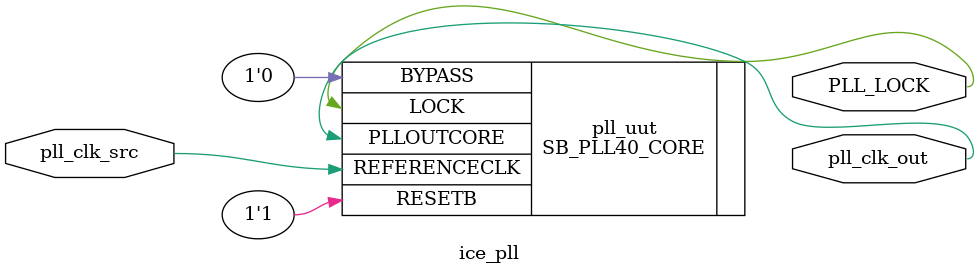
<source format=v>
/*
*/
// 100 MHz in this case
module ice_pll
(
    input wire  pll_clk_src,
    output wire PLL_LOCK,
    output wire pll_clk_out
);
    // Internal PLL
    SB_PLL40_CORE #(
        .FEEDBACK_PATH("SIMPLE"),
        .PLLOUT_SELECT("GENCLK"),
        .DIVR(4'd0),
        .DIVF(7'd66),
        .DIVQ(3'd3),
        .FILTER_RANGE(3'd1)
    ) pll_uut (
        .RESETB(1'b1),
        .BYPASS(1'b0),
        .PLLOUTCORE(pll_clk_out),
        .REFERENCECLK(pll_clk_src),
        .LOCK(PLL_LOCK)
    );
endmodule
</source>
